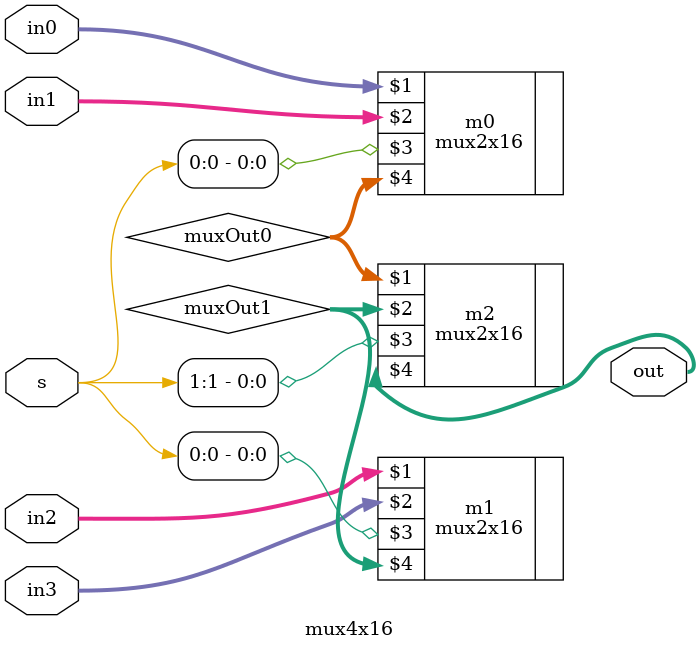
<source format=v>
module mux4x16 (
input [15:0] in0, in1, in2, in3,
input [1:0] s,
output [15:0] out
);

wire [15:0] muxOut0, muxOut1;

mux2x16 m0(in0, in1, s[0], muxOut0);
mux2x16 m1(in2, in3, s[0], muxOut1);
mux2x16 m2(muxOut0, muxOut1, s[1], out);

endmodule 
</source>
